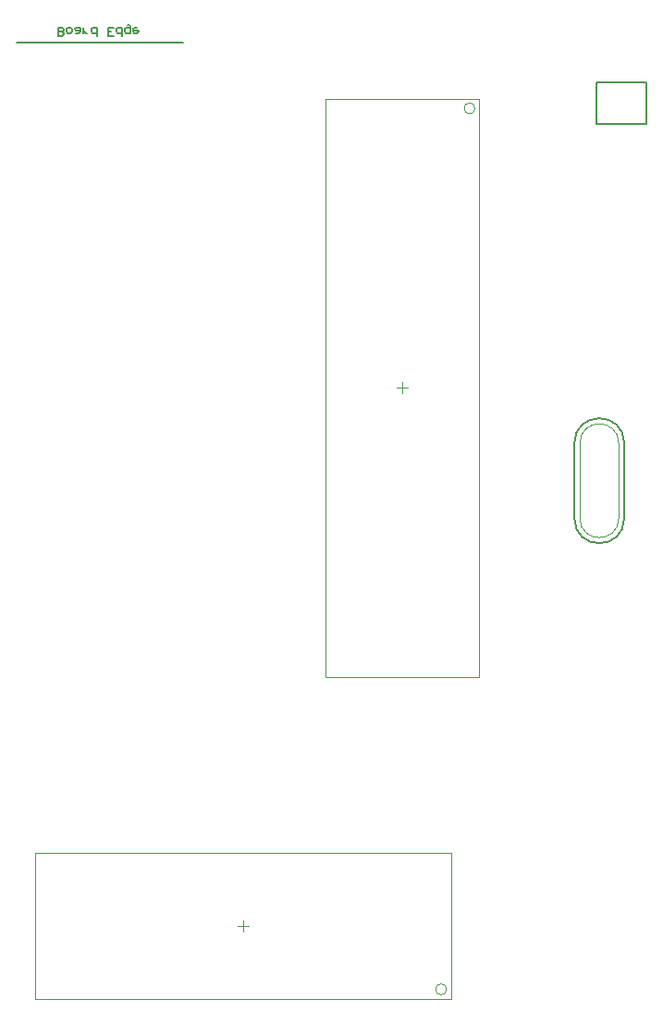
<source format=gbp>
G04 Layer_Color=16770453*
%FSLAX25Y25*%
%MOIN*%
G70*
G01*
G75*
%ADD11C,0.00500*%
%ADD12C,0.00394*%
%ADD13C,0.00200*%
%ADD14C,0.00600*%
D11*
X204601Y493800D02*
X144601D01*
X159601Y496251D02*
Y499250D01*
X161100D01*
X161600Y498750D01*
Y498250D01*
X161100Y497751D01*
X159601D01*
X161100D01*
X161600Y497251D01*
Y496751D01*
X161100Y496251D01*
X159601D01*
X163100Y499250D02*
X164099D01*
X164599Y498750D01*
Y497751D01*
X164099Y497251D01*
X163100D01*
X162600Y497751D01*
Y498750D01*
X163100Y499250D01*
X166099Y497251D02*
X167098D01*
X167598Y497751D01*
Y499250D01*
X166099D01*
X165599Y498750D01*
X166099Y498250D01*
X167598D01*
X168598Y497251D02*
Y499250D01*
Y498250D01*
X169098Y497751D01*
X169598Y497251D01*
X170097D01*
X173596Y496251D02*
Y499250D01*
X172097D01*
X171597Y498750D01*
Y497751D01*
X172097Y497251D01*
X173596D01*
X179594Y496251D02*
X177595D01*
Y499250D01*
X179594D01*
X177595Y497751D02*
X178595D01*
X182593Y496251D02*
Y499250D01*
X181094D01*
X180594Y498750D01*
Y497751D01*
X181094Y497251D01*
X182593D01*
X184593Y500250D02*
X185092D01*
X185592Y499750D01*
Y497251D01*
X184093D01*
X183593Y497751D01*
Y498750D01*
X184093Y499250D01*
X185592D01*
X188092D02*
X187092D01*
X186592Y498750D01*
Y497751D01*
X187092Y497251D01*
X188092D01*
X188591Y497751D01*
Y498250D01*
X186592D01*
X371701Y464500D02*
Y479500D01*
Y464500D02*
X353701D01*
Y479500D01*
X371701D02*
X353701D01*
D12*
X305945Y470189D02*
G03*
X305945Y470189I1969J0D01*
G01*
X295689Y152764D02*
G03*
X295689Y152764I1969J0D01*
G01*
X311457Y265268D02*
Y473732D01*
X255945Y265268D02*
Y473732D01*
X311457D02*
X255945D01*
X311457Y265268D02*
X255945D01*
X301201Y149220D02*
X151201D01*
X301201Y201780D02*
X151201D01*
X301201Y149220D02*
Y201780D01*
X151201Y149220D02*
Y201780D01*
X285669Y369500D02*
X281732D01*
X283701Y367532D02*
Y371469D01*
X226201Y173532D02*
Y177469D01*
X228169Y175500D02*
X224232D01*
D13*
X347701Y322500D02*
G03*
X361701Y322500I7000J0D01*
G01*
Y349500D02*
G03*
X347701Y349500I-7000J0D01*
G01*
X361701Y322500D02*
Y349500D01*
X347701Y322500D02*
Y349500D01*
D14*
X345701Y322500D02*
G03*
X363701Y322500I9000J0D01*
G01*
Y349500D02*
G03*
X345701Y349500I-9000J0D01*
G01*
X363701Y322500D02*
Y349500D01*
X345701Y322500D02*
Y349500D01*
M02*

</source>
